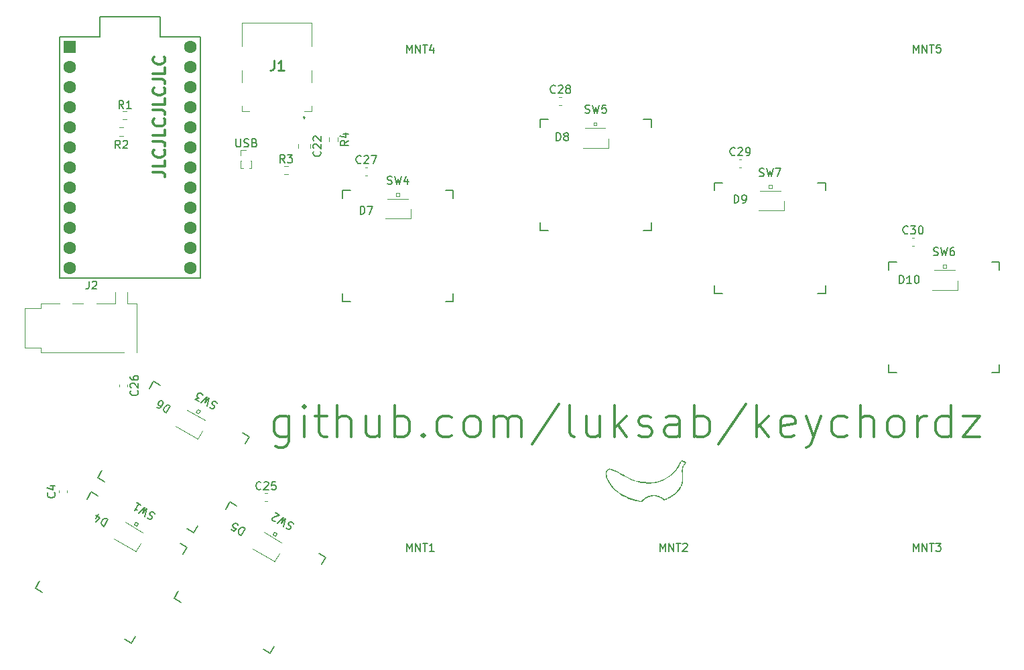
<source format=gbr>
%TF.GenerationSoftware,KiCad,Pcbnew,6.0.4*%
%TF.CreationDate,2022-04-08T16:21:30+02:00*%
%TF.ProjectId,keychordz,6b657963-686f-4726-947a-2e6b69636164,rev?*%
%TF.SameCoordinates,Original*%
%TF.FileFunction,Legend,Top*%
%TF.FilePolarity,Positive*%
%FSLAX46Y46*%
G04 Gerber Fmt 4.6, Leading zero omitted, Abs format (unit mm)*
G04 Created by KiCad (PCBNEW 6.0.4) date 2022-04-08 16:21:30*
%MOMM*%
%LPD*%
G01*
G04 APERTURE LIST*
%ADD10C,0.300000*%
%ADD11C,0.304800*%
%ADD12C,0.150000*%
%ADD13C,0.254000*%
%ADD14C,0.120000*%
%ADD15C,0.200000*%
%ADD16C,0.100000*%
%ADD17R,1.600000X1.600000*%
%ADD18C,1.600000*%
G04 APERTURE END LIST*
D10*
X45428571Y-82142857D02*
X45428571Y-85380952D01*
X45238095Y-85761904D01*
X45047619Y-85952380D01*
X44666666Y-86142857D01*
X44095238Y-86142857D01*
X43714285Y-85952380D01*
X45428571Y-84619047D02*
X45047619Y-84809523D01*
X44285714Y-84809523D01*
X43904761Y-84619047D01*
X43714285Y-84428571D01*
X43523809Y-84047619D01*
X43523809Y-82904761D01*
X43714285Y-82523809D01*
X43904761Y-82333333D01*
X44285714Y-82142857D01*
X45047619Y-82142857D01*
X45428571Y-82333333D01*
X47333333Y-84809523D02*
X47333333Y-82142857D01*
X47333333Y-80809523D02*
X47142857Y-81000000D01*
X47333333Y-81190476D01*
X47523809Y-81000000D01*
X47333333Y-80809523D01*
X47333333Y-81190476D01*
X48666666Y-82142857D02*
X50190476Y-82142857D01*
X49238095Y-80809523D02*
X49238095Y-84238095D01*
X49428571Y-84619047D01*
X49809523Y-84809523D01*
X50190476Y-84809523D01*
X51523809Y-84809523D02*
X51523809Y-80809523D01*
X53238095Y-84809523D02*
X53238095Y-82714285D01*
X53047619Y-82333333D01*
X52666666Y-82142857D01*
X52095238Y-82142857D01*
X51714285Y-82333333D01*
X51523809Y-82523809D01*
X56857142Y-82142857D02*
X56857142Y-84809523D01*
X55142857Y-82142857D02*
X55142857Y-84238095D01*
X55333333Y-84619047D01*
X55714285Y-84809523D01*
X56285714Y-84809523D01*
X56666666Y-84619047D01*
X56857142Y-84428571D01*
X58761904Y-84809523D02*
X58761904Y-80809523D01*
X58761904Y-82333333D02*
X59142857Y-82142857D01*
X59904761Y-82142857D01*
X60285714Y-82333333D01*
X60476190Y-82523809D01*
X60666666Y-82904761D01*
X60666666Y-84047619D01*
X60476190Y-84428571D01*
X60285714Y-84619047D01*
X59904761Y-84809523D01*
X59142857Y-84809523D01*
X58761904Y-84619047D01*
X62380952Y-84428571D02*
X62571428Y-84619047D01*
X62380952Y-84809523D01*
X62190476Y-84619047D01*
X62380952Y-84428571D01*
X62380952Y-84809523D01*
X65999999Y-84619047D02*
X65619047Y-84809523D01*
X64857142Y-84809523D01*
X64476190Y-84619047D01*
X64285714Y-84428571D01*
X64095238Y-84047619D01*
X64095238Y-82904761D01*
X64285714Y-82523809D01*
X64476190Y-82333333D01*
X64857142Y-82142857D01*
X65619047Y-82142857D01*
X65999999Y-82333333D01*
X68285714Y-84809523D02*
X67904761Y-84619047D01*
X67714285Y-84428571D01*
X67523809Y-84047619D01*
X67523809Y-82904761D01*
X67714285Y-82523809D01*
X67904761Y-82333333D01*
X68285714Y-82142857D01*
X68857142Y-82142857D01*
X69238095Y-82333333D01*
X69428571Y-82523809D01*
X69619047Y-82904761D01*
X69619047Y-84047619D01*
X69428571Y-84428571D01*
X69238095Y-84619047D01*
X68857142Y-84809523D01*
X68285714Y-84809523D01*
X71333333Y-84809523D02*
X71333333Y-82142857D01*
X71333333Y-82523809D02*
X71523809Y-82333333D01*
X71904761Y-82142857D01*
X72476190Y-82142857D01*
X72857142Y-82333333D01*
X73047619Y-82714285D01*
X73047619Y-84809523D01*
X73047619Y-82714285D02*
X73238095Y-82333333D01*
X73619047Y-82142857D01*
X74190476Y-82142857D01*
X74571428Y-82333333D01*
X74761904Y-82714285D01*
X74761904Y-84809523D01*
X79523809Y-80619047D02*
X76095238Y-85761904D01*
X81428571Y-84809523D02*
X81047619Y-84619047D01*
X80857142Y-84238095D01*
X80857142Y-80809523D01*
X84666666Y-82142857D02*
X84666666Y-84809523D01*
X82952380Y-82142857D02*
X82952380Y-84238095D01*
X83142857Y-84619047D01*
X83523809Y-84809523D01*
X84095238Y-84809523D01*
X84476190Y-84619047D01*
X84666666Y-84428571D01*
X86571428Y-84809523D02*
X86571428Y-80809523D01*
X86952380Y-83285714D02*
X88095238Y-84809523D01*
X88095238Y-82142857D02*
X86571428Y-83666666D01*
X89619047Y-84619047D02*
X89999999Y-84809523D01*
X90761904Y-84809523D01*
X91142857Y-84619047D01*
X91333333Y-84238095D01*
X91333333Y-84047619D01*
X91142857Y-83666666D01*
X90761904Y-83476190D01*
X90190476Y-83476190D01*
X89809523Y-83285714D01*
X89619047Y-82904761D01*
X89619047Y-82714285D01*
X89809523Y-82333333D01*
X90190476Y-82142857D01*
X90761904Y-82142857D01*
X91142857Y-82333333D01*
X94761904Y-84809523D02*
X94761904Y-82714285D01*
X94571428Y-82333333D01*
X94190476Y-82142857D01*
X93428571Y-82142857D01*
X93047619Y-82333333D01*
X94761904Y-84619047D02*
X94380952Y-84809523D01*
X93428571Y-84809523D01*
X93047619Y-84619047D01*
X92857142Y-84238095D01*
X92857142Y-83857142D01*
X93047619Y-83476190D01*
X93428571Y-83285714D01*
X94380952Y-83285714D01*
X94761904Y-83095238D01*
X96666666Y-84809523D02*
X96666666Y-80809523D01*
X96666666Y-82333333D02*
X97047619Y-82142857D01*
X97809523Y-82142857D01*
X98190476Y-82333333D01*
X98380952Y-82523809D01*
X98571428Y-82904761D01*
X98571428Y-84047619D01*
X98380952Y-84428571D01*
X98190476Y-84619047D01*
X97809523Y-84809523D01*
X97047619Y-84809523D01*
X96666666Y-84619047D01*
X103142857Y-80619047D02*
X99714285Y-85761904D01*
X104476190Y-84809523D02*
X104476190Y-80809523D01*
X104857142Y-83285714D02*
X105999999Y-84809523D01*
X105999999Y-82142857D02*
X104476190Y-83666666D01*
X109238095Y-84619047D02*
X108857142Y-84809523D01*
X108095238Y-84809523D01*
X107714285Y-84619047D01*
X107523809Y-84238095D01*
X107523809Y-82714285D01*
X107714285Y-82333333D01*
X108095238Y-82142857D01*
X108857142Y-82142857D01*
X109238095Y-82333333D01*
X109428571Y-82714285D01*
X109428571Y-83095238D01*
X107523809Y-83476190D01*
X110761904Y-82142857D02*
X111714285Y-84809523D01*
X112666666Y-82142857D02*
X111714285Y-84809523D01*
X111333333Y-85761904D01*
X111142857Y-85952380D01*
X110761904Y-86142857D01*
X115904761Y-84619047D02*
X115523809Y-84809523D01*
X114761904Y-84809523D01*
X114380952Y-84619047D01*
X114190476Y-84428571D01*
X113999999Y-84047619D01*
X113999999Y-82904761D01*
X114190476Y-82523809D01*
X114380952Y-82333333D01*
X114761904Y-82142857D01*
X115523809Y-82142857D01*
X115904761Y-82333333D01*
X117619047Y-84809523D02*
X117619047Y-80809523D01*
X119333333Y-84809523D02*
X119333333Y-82714285D01*
X119142857Y-82333333D01*
X118761904Y-82142857D01*
X118190476Y-82142857D01*
X117809523Y-82333333D01*
X117619047Y-82523809D01*
X121809523Y-84809523D02*
X121428571Y-84619047D01*
X121238095Y-84428571D01*
X121047619Y-84047619D01*
X121047619Y-82904761D01*
X121238095Y-82523809D01*
X121428571Y-82333333D01*
X121809523Y-82142857D01*
X122380952Y-82142857D01*
X122761904Y-82333333D01*
X122952380Y-82523809D01*
X123142857Y-82904761D01*
X123142857Y-84047619D01*
X122952380Y-84428571D01*
X122761904Y-84619047D01*
X122380952Y-84809523D01*
X121809523Y-84809523D01*
X124857142Y-84809523D02*
X124857142Y-82142857D01*
X124857142Y-82904761D02*
X125047619Y-82523809D01*
X125238095Y-82333333D01*
X125619047Y-82142857D01*
X125999999Y-82142857D01*
X129047619Y-84809523D02*
X129047619Y-80809523D01*
X129047619Y-84619047D02*
X128666666Y-84809523D01*
X127904761Y-84809523D01*
X127523809Y-84619047D01*
X127333333Y-84428571D01*
X127142857Y-84047619D01*
X127142857Y-82904761D01*
X127333333Y-82523809D01*
X127523809Y-82333333D01*
X127904761Y-82142857D01*
X128666666Y-82142857D01*
X129047619Y-82333333D01*
X130571428Y-82142857D02*
X132666666Y-82142857D01*
X130571428Y-84809523D01*
X132666666Y-84809523D01*
D11*
X28248428Y-51362428D02*
X29337000Y-51362428D01*
X29554714Y-51435000D01*
X29699857Y-51580142D01*
X29772428Y-51797857D01*
X29772428Y-51943000D01*
X29772428Y-49911000D02*
X29772428Y-50636714D01*
X28248428Y-50636714D01*
X29627285Y-48532142D02*
X29699857Y-48604714D01*
X29772428Y-48822428D01*
X29772428Y-48967571D01*
X29699857Y-49185285D01*
X29554714Y-49330428D01*
X29409571Y-49403000D01*
X29119285Y-49475571D01*
X28901571Y-49475571D01*
X28611285Y-49403000D01*
X28466142Y-49330428D01*
X28321000Y-49185285D01*
X28248428Y-48967571D01*
X28248428Y-48822428D01*
X28321000Y-48604714D01*
X28393571Y-48532142D01*
X28248428Y-47443571D02*
X29337000Y-47443571D01*
X29554714Y-47516142D01*
X29699857Y-47661285D01*
X29772428Y-47879000D01*
X29772428Y-48024142D01*
X29772428Y-45992142D02*
X29772428Y-46717857D01*
X28248428Y-46717857D01*
X29627285Y-44613285D02*
X29699857Y-44685857D01*
X29772428Y-44903571D01*
X29772428Y-45048714D01*
X29699857Y-45266428D01*
X29554714Y-45411571D01*
X29409571Y-45484142D01*
X29119285Y-45556714D01*
X28901571Y-45556714D01*
X28611285Y-45484142D01*
X28466142Y-45411571D01*
X28321000Y-45266428D01*
X28248428Y-45048714D01*
X28248428Y-44903571D01*
X28321000Y-44685857D01*
X28393571Y-44613285D01*
X28248428Y-43524714D02*
X29337000Y-43524714D01*
X29554714Y-43597285D01*
X29699857Y-43742428D01*
X29772428Y-43960142D01*
X29772428Y-44105285D01*
X29772428Y-42073285D02*
X29772428Y-42799000D01*
X28248428Y-42799000D01*
X29627285Y-40694428D02*
X29699857Y-40767000D01*
X29772428Y-40984714D01*
X29772428Y-41129857D01*
X29699857Y-41347571D01*
X29554714Y-41492714D01*
X29409571Y-41565285D01*
X29119285Y-41637857D01*
X28901571Y-41637857D01*
X28611285Y-41565285D01*
X28466142Y-41492714D01*
X28321000Y-41347571D01*
X28248428Y-41129857D01*
X28248428Y-40984714D01*
X28321000Y-40767000D01*
X28393571Y-40694428D01*
X28248428Y-39605857D02*
X29337000Y-39605857D01*
X29554714Y-39678428D01*
X29699857Y-39823571D01*
X29772428Y-40041285D01*
X29772428Y-40186428D01*
X29772428Y-38154428D02*
X29772428Y-38880142D01*
X28248428Y-38880142D01*
X29627285Y-36775571D02*
X29699857Y-36848142D01*
X29772428Y-37065857D01*
X29772428Y-37211000D01*
X29699857Y-37428714D01*
X29554714Y-37573857D01*
X29409571Y-37646428D01*
X29119285Y-37719000D01*
X28901571Y-37719000D01*
X28611285Y-37646428D01*
X28466142Y-37573857D01*
X28321000Y-37428714D01*
X28248428Y-37211000D01*
X28248428Y-37065857D01*
X28321000Y-36848142D01*
X28393571Y-36775571D01*
D12*
%TO.C,USB*%
X38743095Y-47168380D02*
X38743095Y-47977904D01*
X38790714Y-48073142D01*
X38838333Y-48120761D01*
X38933571Y-48168380D01*
X39124047Y-48168380D01*
X39219285Y-48120761D01*
X39266904Y-48073142D01*
X39314523Y-47977904D01*
X39314523Y-47168380D01*
X39743095Y-48120761D02*
X39885952Y-48168380D01*
X40124047Y-48168380D01*
X40219285Y-48120761D01*
X40266904Y-48073142D01*
X40314523Y-47977904D01*
X40314523Y-47882666D01*
X40266904Y-47787428D01*
X40219285Y-47739809D01*
X40124047Y-47692190D01*
X39933571Y-47644571D01*
X39838333Y-47596952D01*
X39790714Y-47549333D01*
X39743095Y-47454095D01*
X39743095Y-47358857D01*
X39790714Y-47263619D01*
X39838333Y-47216000D01*
X39933571Y-47168380D01*
X40171666Y-47168380D01*
X40314523Y-47216000D01*
X41076428Y-47644571D02*
X41219285Y-47692190D01*
X41266904Y-47739809D01*
X41314523Y-47835047D01*
X41314523Y-47977904D01*
X41266904Y-48073142D01*
X41219285Y-48120761D01*
X41124047Y-48168380D01*
X40743095Y-48168380D01*
X40743095Y-47168380D01*
X41076428Y-47168380D01*
X41171666Y-47216000D01*
X41219285Y-47263619D01*
X41266904Y-47358857D01*
X41266904Y-47454095D01*
X41219285Y-47549333D01*
X41171666Y-47596952D01*
X41076428Y-47644571D01*
X40743095Y-47644571D01*
%TO.C,MNT5*%
X124285714Y-36252380D02*
X124285714Y-35252380D01*
X124619047Y-35966666D01*
X124952380Y-35252380D01*
X124952380Y-36252380D01*
X125428571Y-36252380D02*
X125428571Y-35252380D01*
X126000000Y-36252380D01*
X126000000Y-35252380D01*
X126333333Y-35252380D02*
X126904761Y-35252380D01*
X126619047Y-36252380D02*
X126619047Y-35252380D01*
X127714285Y-35252380D02*
X127238095Y-35252380D01*
X127190476Y-35728571D01*
X127238095Y-35680952D01*
X127333333Y-35633333D01*
X127571428Y-35633333D01*
X127666666Y-35680952D01*
X127714285Y-35728571D01*
X127761904Y-35823809D01*
X127761904Y-36061904D01*
X127714285Y-36157142D01*
X127666666Y-36204761D01*
X127571428Y-36252380D01*
X127333333Y-36252380D01*
X127238095Y-36204761D01*
X127190476Y-36157142D01*
%TO.C,MNT4*%
X60285714Y-36252380D02*
X60285714Y-35252380D01*
X60619047Y-35966666D01*
X60952380Y-35252380D01*
X60952380Y-36252380D01*
X61428571Y-36252380D02*
X61428571Y-35252380D01*
X62000000Y-36252380D01*
X62000000Y-35252380D01*
X62333333Y-35252380D02*
X62904761Y-35252380D01*
X62619047Y-36252380D02*
X62619047Y-35252380D01*
X63666666Y-35585714D02*
X63666666Y-36252380D01*
X63428571Y-35204761D02*
X63190476Y-35919047D01*
X63809523Y-35919047D01*
%TO.C,D7*%
X54431904Y-56656380D02*
X54431904Y-55656380D01*
X54670000Y-55656380D01*
X54812857Y-55704000D01*
X54908095Y-55799238D01*
X54955714Y-55894476D01*
X55003333Y-56084952D01*
X55003333Y-56227809D01*
X54955714Y-56418285D01*
X54908095Y-56513523D01*
X54812857Y-56608761D01*
X54670000Y-56656380D01*
X54431904Y-56656380D01*
X55336666Y-55656380D02*
X56003333Y-55656380D01*
X55574761Y-56656380D01*
%TO.C,R3*%
X44883333Y-50154380D02*
X44550000Y-49678190D01*
X44311904Y-50154380D02*
X44311904Y-49154380D01*
X44692857Y-49154380D01*
X44788095Y-49202000D01*
X44835714Y-49249619D01*
X44883333Y-49344857D01*
X44883333Y-49487714D01*
X44835714Y-49582952D01*
X44788095Y-49630571D01*
X44692857Y-49678190D01*
X44311904Y-49678190D01*
X45216666Y-49154380D02*
X45835714Y-49154380D01*
X45502380Y-49535333D01*
X45645238Y-49535333D01*
X45740476Y-49582952D01*
X45788095Y-49630571D01*
X45835714Y-49725809D01*
X45835714Y-49963904D01*
X45788095Y-50059142D01*
X45740476Y-50106761D01*
X45645238Y-50154380D01*
X45359523Y-50154380D01*
X45264285Y-50106761D01*
X45216666Y-50059142D01*
%TO.C,MNT1*%
X60285714Y-99252380D02*
X60285714Y-98252380D01*
X60619047Y-98966666D01*
X60952380Y-98252380D01*
X60952380Y-99252380D01*
X61428571Y-99252380D02*
X61428571Y-98252380D01*
X62000000Y-99252380D01*
X62000000Y-98252380D01*
X62333333Y-98252380D02*
X62904761Y-98252380D01*
X62619047Y-99252380D02*
X62619047Y-98252380D01*
X63761904Y-99252380D02*
X63190476Y-99252380D01*
X63476190Y-99252380D02*
X63476190Y-98252380D01*
X63380952Y-98395238D01*
X63285714Y-98490476D01*
X63190476Y-98538095D01*
%TO.C,D8*%
X79196904Y-47385380D02*
X79196904Y-46385380D01*
X79435000Y-46385380D01*
X79577857Y-46433000D01*
X79673095Y-46528238D01*
X79720714Y-46623476D01*
X79768333Y-46813952D01*
X79768333Y-46956809D01*
X79720714Y-47147285D01*
X79673095Y-47242523D01*
X79577857Y-47337761D01*
X79435000Y-47385380D01*
X79196904Y-47385380D01*
X80339761Y-46813952D02*
X80244523Y-46766333D01*
X80196904Y-46718714D01*
X80149285Y-46623476D01*
X80149285Y-46575857D01*
X80196904Y-46480619D01*
X80244523Y-46433000D01*
X80339761Y-46385380D01*
X80530238Y-46385380D01*
X80625476Y-46433000D01*
X80673095Y-46480619D01*
X80720714Y-46575857D01*
X80720714Y-46623476D01*
X80673095Y-46718714D01*
X80625476Y-46766333D01*
X80530238Y-46813952D01*
X80339761Y-46813952D01*
X80244523Y-46861571D01*
X80196904Y-46909190D01*
X80149285Y-47004428D01*
X80149285Y-47194904D01*
X80196904Y-47290142D01*
X80244523Y-47337761D01*
X80339761Y-47385380D01*
X80530238Y-47385380D01*
X80625476Y-47337761D01*
X80673095Y-47290142D01*
X80720714Y-47194904D01*
X80720714Y-47004428D01*
X80673095Y-46909190D01*
X80625476Y-46861571D01*
X80530238Y-46813952D01*
%TO.C,SW1*%
X28452581Y-94513092D02*
X28352673Y-94400424D01*
X28146476Y-94281377D01*
X28040188Y-94274997D01*
X27975139Y-94292427D01*
X27886281Y-94351096D01*
X27838662Y-94433574D01*
X27832282Y-94539862D01*
X27849712Y-94604911D01*
X27908381Y-94693770D01*
X28049529Y-94830247D01*
X28108198Y-94919105D01*
X28125627Y-94984154D01*
X28119248Y-95090442D01*
X28071629Y-95172921D01*
X27982770Y-95231590D01*
X27917721Y-95249020D01*
X27811433Y-95242640D01*
X27605237Y-95123592D01*
X27505328Y-95010925D01*
X27192844Y-94885497D02*
X27486647Y-93900424D01*
X26964547Y-94423776D01*
X27156733Y-93709948D01*
X26450536Y-94456926D01*
X26166989Y-93138519D02*
X26661861Y-93424234D01*
X26414425Y-93281377D02*
X25914425Y-94147402D01*
X26068332Y-94071303D01*
X26198430Y-94036444D01*
X26304718Y-94042823D01*
%TO.C,D4*%
X22558239Y-95245384D02*
X22058239Y-96111409D01*
X21852043Y-95992362D01*
X21752134Y-95879694D01*
X21717275Y-95749596D01*
X21723654Y-95643308D01*
X21777653Y-95454541D01*
X21849082Y-95330823D01*
X21985559Y-95189675D01*
X22074418Y-95131006D01*
X22204515Y-95096147D01*
X22352043Y-95126336D01*
X22558239Y-95245384D01*
X20987727Y-95108448D02*
X21321060Y-94531098D01*
X21003447Y-95557410D02*
X21566786Y-95057868D01*
X21030675Y-94748345D01*
%TO.C,SW5*%
X82848666Y-43838761D02*
X82991523Y-43886380D01*
X83229619Y-43886380D01*
X83324857Y-43838761D01*
X83372476Y-43791142D01*
X83420095Y-43695904D01*
X83420095Y-43600666D01*
X83372476Y-43505428D01*
X83324857Y-43457809D01*
X83229619Y-43410190D01*
X83039142Y-43362571D01*
X82943904Y-43314952D01*
X82896285Y-43267333D01*
X82848666Y-43172095D01*
X82848666Y-43076857D01*
X82896285Y-42981619D01*
X82943904Y-42934000D01*
X83039142Y-42886380D01*
X83277238Y-42886380D01*
X83420095Y-42934000D01*
X83753428Y-42886380D02*
X83991523Y-43886380D01*
X84182000Y-43172095D01*
X84372476Y-43886380D01*
X84610571Y-42886380D01*
X85467714Y-42886380D02*
X84991523Y-42886380D01*
X84943904Y-43362571D01*
X84991523Y-43314952D01*
X85086761Y-43267333D01*
X85324857Y-43267333D01*
X85420095Y-43314952D01*
X85467714Y-43362571D01*
X85515333Y-43457809D01*
X85515333Y-43695904D01*
X85467714Y-43791142D01*
X85420095Y-43838761D01*
X85324857Y-43886380D01*
X85086761Y-43886380D01*
X84991523Y-43838761D01*
X84943904Y-43791142D01*
%TO.C,R4*%
X52918380Y-47368666D02*
X52442190Y-47702000D01*
X52918380Y-47940095D02*
X51918380Y-47940095D01*
X51918380Y-47559142D01*
X51966000Y-47463904D01*
X52013619Y-47416285D01*
X52108857Y-47368666D01*
X52251714Y-47368666D01*
X52346952Y-47416285D01*
X52394571Y-47463904D01*
X52442190Y-47559142D01*
X52442190Y-47940095D01*
X52251714Y-46511523D02*
X52918380Y-46511523D01*
X51870761Y-46749619D02*
X52585047Y-46987714D01*
X52585047Y-46368666D01*
%TO.C,D5*%
X39864269Y-96388384D02*
X39364269Y-97254409D01*
X39158073Y-97135362D01*
X39058164Y-97022694D01*
X39023305Y-96892596D01*
X39029684Y-96786308D01*
X39083683Y-96597541D01*
X39155112Y-96473823D01*
X39291589Y-96332675D01*
X39380448Y-96274006D01*
X39510545Y-96239147D01*
X39658073Y-96269336D01*
X39864269Y-96388384D01*
X38085851Y-96516314D02*
X38498244Y-96754409D01*
X38777578Y-96365826D01*
X38712530Y-96383255D01*
X38606241Y-96376876D01*
X38400045Y-96257828D01*
X38341376Y-96168970D01*
X38323946Y-96103921D01*
X38330326Y-95997633D01*
X38449373Y-95791436D01*
X38538232Y-95732767D01*
X38603281Y-95715337D01*
X38709569Y-95721717D01*
X38915765Y-95840765D01*
X38974434Y-95929623D01*
X38991864Y-95994672D01*
%TO.C,R1*%
X24519333Y-43308380D02*
X24186000Y-42832190D01*
X23947904Y-43308380D02*
X23947904Y-42308380D01*
X24328857Y-42308380D01*
X24424095Y-42356000D01*
X24471714Y-42403619D01*
X24519333Y-42498857D01*
X24519333Y-42641714D01*
X24471714Y-42736952D01*
X24424095Y-42784571D01*
X24328857Y-42832190D01*
X23947904Y-42832190D01*
X25471714Y-43308380D02*
X24900285Y-43308380D01*
X25186000Y-43308380D02*
X25186000Y-42308380D01*
X25090761Y-42451238D01*
X24995523Y-42546476D01*
X24900285Y-42594095D01*
%TO.C,SW6*%
X126848666Y-61838761D02*
X126991523Y-61886380D01*
X127229619Y-61886380D01*
X127324857Y-61838761D01*
X127372476Y-61791142D01*
X127420095Y-61695904D01*
X127420095Y-61600666D01*
X127372476Y-61505428D01*
X127324857Y-61457809D01*
X127229619Y-61410190D01*
X127039142Y-61362571D01*
X126943904Y-61314952D01*
X126896285Y-61267333D01*
X126848666Y-61172095D01*
X126848666Y-61076857D01*
X126896285Y-60981619D01*
X126943904Y-60934000D01*
X127039142Y-60886380D01*
X127277238Y-60886380D01*
X127420095Y-60934000D01*
X127753428Y-60886380D02*
X127991523Y-61886380D01*
X128182000Y-61172095D01*
X128372476Y-61886380D01*
X128610571Y-60886380D01*
X129420095Y-60886380D02*
X129229619Y-60886380D01*
X129134380Y-60934000D01*
X129086761Y-60981619D01*
X128991523Y-61124476D01*
X128943904Y-61314952D01*
X128943904Y-61695904D01*
X128991523Y-61791142D01*
X129039142Y-61838761D01*
X129134380Y-61886380D01*
X129324857Y-61886380D01*
X129420095Y-61838761D01*
X129467714Y-61791142D01*
X129515333Y-61695904D01*
X129515333Y-61457809D01*
X129467714Y-61362571D01*
X129420095Y-61314952D01*
X129324857Y-61267333D01*
X129134380Y-61267333D01*
X129039142Y-61314952D01*
X128991523Y-61362571D01*
X128943904Y-61457809D01*
%TO.C,C29*%
X101771142Y-49162142D02*
X101723523Y-49209761D01*
X101580666Y-49257380D01*
X101485428Y-49257380D01*
X101342571Y-49209761D01*
X101247333Y-49114523D01*
X101199714Y-49019285D01*
X101152095Y-48828809D01*
X101152095Y-48685952D01*
X101199714Y-48495476D01*
X101247333Y-48400238D01*
X101342571Y-48305000D01*
X101485428Y-48257380D01*
X101580666Y-48257380D01*
X101723523Y-48305000D01*
X101771142Y-48352619D01*
X102152095Y-48352619D02*
X102199714Y-48305000D01*
X102294952Y-48257380D01*
X102533047Y-48257380D01*
X102628285Y-48305000D01*
X102675904Y-48352619D01*
X102723523Y-48447857D01*
X102723523Y-48543095D01*
X102675904Y-48685952D01*
X102104476Y-49257380D01*
X102723523Y-49257380D01*
X103199714Y-49257380D02*
X103390190Y-49257380D01*
X103485428Y-49209761D01*
X103533047Y-49162142D01*
X103628285Y-49019285D01*
X103675904Y-48828809D01*
X103675904Y-48447857D01*
X103628285Y-48352619D01*
X103580666Y-48305000D01*
X103485428Y-48257380D01*
X103294952Y-48257380D01*
X103199714Y-48305000D01*
X103152095Y-48352619D01*
X103104476Y-48447857D01*
X103104476Y-48685952D01*
X103152095Y-48781190D01*
X103199714Y-48828809D01*
X103294952Y-48876428D01*
X103485428Y-48876428D01*
X103580666Y-48828809D01*
X103628285Y-48781190D01*
X103675904Y-48685952D01*
%TO.C,C30*%
X123615142Y-59068142D02*
X123567523Y-59115761D01*
X123424666Y-59163380D01*
X123329428Y-59163380D01*
X123186571Y-59115761D01*
X123091333Y-59020523D01*
X123043714Y-58925285D01*
X122996095Y-58734809D01*
X122996095Y-58591952D01*
X123043714Y-58401476D01*
X123091333Y-58306238D01*
X123186571Y-58211000D01*
X123329428Y-58163380D01*
X123424666Y-58163380D01*
X123567523Y-58211000D01*
X123615142Y-58258619D01*
X123948476Y-58163380D02*
X124567523Y-58163380D01*
X124234190Y-58544333D01*
X124377047Y-58544333D01*
X124472285Y-58591952D01*
X124519904Y-58639571D01*
X124567523Y-58734809D01*
X124567523Y-58972904D01*
X124519904Y-59068142D01*
X124472285Y-59115761D01*
X124377047Y-59163380D01*
X124091333Y-59163380D01*
X123996095Y-59115761D01*
X123948476Y-59068142D01*
X125186571Y-58163380D02*
X125281809Y-58163380D01*
X125377047Y-58211000D01*
X125424666Y-58258619D01*
X125472285Y-58353857D01*
X125519904Y-58544333D01*
X125519904Y-58782428D01*
X125472285Y-58972904D01*
X125424666Y-59068142D01*
X125377047Y-59115761D01*
X125281809Y-59163380D01*
X125186571Y-59163380D01*
X125091333Y-59115761D01*
X125043714Y-59068142D01*
X124996095Y-58972904D01*
X124948476Y-58782428D01*
X124948476Y-58544333D01*
X124996095Y-58353857D01*
X125043714Y-58258619D01*
X125091333Y-58211000D01*
X125186571Y-58163380D01*
%TO.C,C22*%
X49373142Y-48726857D02*
X49420761Y-48774476D01*
X49468380Y-48917333D01*
X49468380Y-49012571D01*
X49420761Y-49155428D01*
X49325523Y-49250666D01*
X49230285Y-49298285D01*
X49039809Y-49345904D01*
X48896952Y-49345904D01*
X48706476Y-49298285D01*
X48611238Y-49250666D01*
X48516000Y-49155428D01*
X48468380Y-49012571D01*
X48468380Y-48917333D01*
X48516000Y-48774476D01*
X48563619Y-48726857D01*
X48563619Y-48345904D02*
X48516000Y-48298285D01*
X48468380Y-48203047D01*
X48468380Y-47964952D01*
X48516000Y-47869714D01*
X48563619Y-47822095D01*
X48658857Y-47774476D01*
X48754095Y-47774476D01*
X48896952Y-47822095D01*
X49468380Y-48393523D01*
X49468380Y-47774476D01*
X48563619Y-47393523D02*
X48516000Y-47345904D01*
X48468380Y-47250666D01*
X48468380Y-47012571D01*
X48516000Y-46917333D01*
X48563619Y-46869714D01*
X48658857Y-46822095D01*
X48754095Y-46822095D01*
X48896952Y-46869714D01*
X49468380Y-47441142D01*
X49468380Y-46822095D01*
%TO.C,C28*%
X79064642Y-41288142D02*
X79017023Y-41335761D01*
X78874166Y-41383380D01*
X78778928Y-41383380D01*
X78636071Y-41335761D01*
X78540833Y-41240523D01*
X78493214Y-41145285D01*
X78445595Y-40954809D01*
X78445595Y-40811952D01*
X78493214Y-40621476D01*
X78540833Y-40526238D01*
X78636071Y-40431000D01*
X78778928Y-40383380D01*
X78874166Y-40383380D01*
X79017023Y-40431000D01*
X79064642Y-40478619D01*
X79445595Y-40478619D02*
X79493214Y-40431000D01*
X79588452Y-40383380D01*
X79826547Y-40383380D01*
X79921785Y-40431000D01*
X79969404Y-40478619D01*
X80017023Y-40573857D01*
X80017023Y-40669095D01*
X79969404Y-40811952D01*
X79397976Y-41383380D01*
X80017023Y-41383380D01*
X80588452Y-40811952D02*
X80493214Y-40764333D01*
X80445595Y-40716714D01*
X80397976Y-40621476D01*
X80397976Y-40573857D01*
X80445595Y-40478619D01*
X80493214Y-40431000D01*
X80588452Y-40383380D01*
X80778928Y-40383380D01*
X80874166Y-40431000D01*
X80921785Y-40478619D01*
X80969404Y-40573857D01*
X80969404Y-40621476D01*
X80921785Y-40716714D01*
X80874166Y-40764333D01*
X80778928Y-40811952D01*
X80588452Y-40811952D01*
X80493214Y-40859571D01*
X80445595Y-40907190D01*
X80397976Y-41002428D01*
X80397976Y-41192904D01*
X80445595Y-41288142D01*
X80493214Y-41335761D01*
X80588452Y-41383380D01*
X80778928Y-41383380D01*
X80874166Y-41335761D01*
X80921785Y-41288142D01*
X80969404Y-41192904D01*
X80969404Y-41002428D01*
X80921785Y-40907190D01*
X80874166Y-40859571D01*
X80778928Y-40811952D01*
%TO.C,SW2*%
X45978581Y-95783092D02*
X45878673Y-95670424D01*
X45672476Y-95551377D01*
X45566188Y-95544997D01*
X45501139Y-95562427D01*
X45412281Y-95621096D01*
X45364662Y-95703574D01*
X45358282Y-95809862D01*
X45375712Y-95874911D01*
X45434381Y-95963770D01*
X45575529Y-96100247D01*
X45634198Y-96189105D01*
X45651627Y-96254154D01*
X45645248Y-96360442D01*
X45597629Y-96442921D01*
X45508770Y-96501590D01*
X45443721Y-96519020D01*
X45337433Y-96512640D01*
X45131237Y-96393592D01*
X45031328Y-96280925D01*
X44718844Y-96155497D02*
X45012647Y-95170424D01*
X44490547Y-95693776D01*
X44682733Y-94979948D01*
X43976536Y-95726926D01*
X43735480Y-95477781D02*
X43670431Y-95495210D01*
X43564143Y-95488831D01*
X43357947Y-95369783D01*
X43299278Y-95280925D01*
X43281848Y-95215876D01*
X43288228Y-95109588D01*
X43335847Y-95027109D01*
X43448514Y-94927201D01*
X44229100Y-94718043D01*
X43692989Y-94408519D01*
%TO.C,MNT3*%
X124285714Y-99252380D02*
X124285714Y-98252380D01*
X124619047Y-98966666D01*
X124952380Y-98252380D01*
X124952380Y-99252380D01*
X125428571Y-99252380D02*
X125428571Y-98252380D01*
X126000000Y-99252380D01*
X126000000Y-98252380D01*
X126333333Y-98252380D02*
X126904761Y-98252380D01*
X126619047Y-99252380D02*
X126619047Y-98252380D01*
X127142857Y-98252380D02*
X127761904Y-98252380D01*
X127428571Y-98633333D01*
X127571428Y-98633333D01*
X127666666Y-98680952D01*
X127714285Y-98728571D01*
X127761904Y-98823809D01*
X127761904Y-99061904D01*
X127714285Y-99157142D01*
X127666666Y-99204761D01*
X127571428Y-99252380D01*
X127285714Y-99252380D01*
X127190476Y-99204761D01*
X127142857Y-99157142D01*
%TO.C,C27*%
X54527142Y-50178142D02*
X54479523Y-50225761D01*
X54336666Y-50273380D01*
X54241428Y-50273380D01*
X54098571Y-50225761D01*
X54003333Y-50130523D01*
X53955714Y-50035285D01*
X53908095Y-49844809D01*
X53908095Y-49701952D01*
X53955714Y-49511476D01*
X54003333Y-49416238D01*
X54098571Y-49321000D01*
X54241428Y-49273380D01*
X54336666Y-49273380D01*
X54479523Y-49321000D01*
X54527142Y-49368619D01*
X54908095Y-49368619D02*
X54955714Y-49321000D01*
X55050952Y-49273380D01*
X55289047Y-49273380D01*
X55384285Y-49321000D01*
X55431904Y-49368619D01*
X55479523Y-49463857D01*
X55479523Y-49559095D01*
X55431904Y-49701952D01*
X54860476Y-50273380D01*
X55479523Y-50273380D01*
X55812857Y-49273380D02*
X56479523Y-49273380D01*
X56050952Y-50273380D01*
%TO.C,SW7*%
X104848666Y-51838761D02*
X104991523Y-51886380D01*
X105229619Y-51886380D01*
X105324857Y-51838761D01*
X105372476Y-51791142D01*
X105420095Y-51695904D01*
X105420095Y-51600666D01*
X105372476Y-51505428D01*
X105324857Y-51457809D01*
X105229619Y-51410190D01*
X105039142Y-51362571D01*
X104943904Y-51314952D01*
X104896285Y-51267333D01*
X104848666Y-51172095D01*
X104848666Y-51076857D01*
X104896285Y-50981619D01*
X104943904Y-50934000D01*
X105039142Y-50886380D01*
X105277238Y-50886380D01*
X105420095Y-50934000D01*
X105753428Y-50886380D02*
X105991523Y-51886380D01*
X106182000Y-51172095D01*
X106372476Y-51886380D01*
X106610571Y-50886380D01*
X106896285Y-50886380D02*
X107562952Y-50886380D01*
X107134380Y-51886380D01*
%TO.C,R2*%
X24083333Y-48353380D02*
X23750000Y-47877190D01*
X23511904Y-48353380D02*
X23511904Y-47353380D01*
X23892857Y-47353380D01*
X23988095Y-47401000D01*
X24035714Y-47448619D01*
X24083333Y-47543857D01*
X24083333Y-47686714D01*
X24035714Y-47781952D01*
X23988095Y-47829571D01*
X23892857Y-47877190D01*
X23511904Y-47877190D01*
X24464285Y-47448619D02*
X24511904Y-47401000D01*
X24607142Y-47353380D01*
X24845238Y-47353380D01*
X24940476Y-47401000D01*
X24988095Y-47448619D01*
X25035714Y-47543857D01*
X25035714Y-47639095D01*
X24988095Y-47781952D01*
X24416666Y-48353380D01*
X25035714Y-48353380D01*
%TO.C,D6*%
X30444326Y-80930213D02*
X29944326Y-81796238D01*
X29738130Y-81677191D01*
X29638221Y-81564523D01*
X29603362Y-81434425D01*
X29609741Y-81328137D01*
X29663740Y-81139370D01*
X29735169Y-81015652D01*
X29871646Y-80874504D01*
X29960505Y-80815835D01*
X30090602Y-80780976D01*
X30238130Y-80811165D01*
X30444326Y-80930213D01*
X28707147Y-81081952D02*
X28872104Y-81177191D01*
X28978392Y-81183570D01*
X29043441Y-81166140D01*
X29197348Y-81090042D01*
X29333826Y-80948894D01*
X29524302Y-80618979D01*
X29530682Y-80512691D01*
X29513252Y-80447643D01*
X29454583Y-80358784D01*
X29289626Y-80263546D01*
X29183338Y-80257166D01*
X29118289Y-80274596D01*
X29029430Y-80333265D01*
X28910383Y-80539462D01*
X28904003Y-80645750D01*
X28921433Y-80710799D01*
X28980102Y-80799657D01*
X29145059Y-80894895D01*
X29251347Y-80901275D01*
X29316396Y-80883845D01*
X29405254Y-80825176D01*
%TO.C,C4*%
X15799142Y-91860666D02*
X15846761Y-91908285D01*
X15894380Y-92051142D01*
X15894380Y-92146380D01*
X15846761Y-92289238D01*
X15751523Y-92384476D01*
X15656285Y-92432095D01*
X15465809Y-92479714D01*
X15322952Y-92479714D01*
X15132476Y-92432095D01*
X15037238Y-92384476D01*
X14942000Y-92289238D01*
X14894380Y-92146380D01*
X14894380Y-92051142D01*
X14942000Y-91908285D01*
X14989619Y-91860666D01*
X15227714Y-91003523D02*
X15894380Y-91003523D01*
X14846761Y-91241619D02*
X15561047Y-91479714D01*
X15561047Y-90860666D01*
%TO.C,SW3*%
X36326581Y-80543092D02*
X36226673Y-80430424D01*
X36020476Y-80311377D01*
X35914188Y-80304997D01*
X35849139Y-80322427D01*
X35760281Y-80381096D01*
X35712662Y-80463574D01*
X35706282Y-80569862D01*
X35723712Y-80634911D01*
X35782381Y-80723770D01*
X35923529Y-80860247D01*
X35982198Y-80949105D01*
X35999627Y-81014154D01*
X35993248Y-81120442D01*
X35945629Y-81202921D01*
X35856770Y-81261590D01*
X35791721Y-81279020D01*
X35685433Y-81272640D01*
X35479237Y-81153592D01*
X35379328Y-81040925D01*
X35066844Y-80915497D02*
X35360647Y-79930424D01*
X34838547Y-80453776D01*
X35030733Y-79739948D01*
X34324536Y-80486926D01*
X34077100Y-80344069D02*
X33540989Y-80034545D01*
X34020141Y-79871297D01*
X33896423Y-79799868D01*
X33837754Y-79711010D01*
X33820324Y-79645961D01*
X33826704Y-79539673D01*
X33945751Y-79333477D01*
X34034610Y-79274808D01*
X34099659Y-79257378D01*
X34205947Y-79263758D01*
X34453382Y-79406615D01*
X34512052Y-79495473D01*
X34529481Y-79560522D01*
%TO.C,MNT2*%
X92285714Y-99252380D02*
X92285714Y-98252380D01*
X92619047Y-98966666D01*
X92952380Y-98252380D01*
X92952380Y-99252380D01*
X93428571Y-99252380D02*
X93428571Y-98252380D01*
X94000000Y-99252380D01*
X94000000Y-98252380D01*
X94333333Y-98252380D02*
X94904761Y-98252380D01*
X94619047Y-99252380D02*
X94619047Y-98252380D01*
X95190476Y-98347619D02*
X95238095Y-98300000D01*
X95333333Y-98252380D01*
X95571428Y-98252380D01*
X95666666Y-98300000D01*
X95714285Y-98347619D01*
X95761904Y-98442857D01*
X95761904Y-98538095D01*
X95714285Y-98680952D01*
X95142857Y-99252380D01*
X95761904Y-99252380D01*
D13*
%TO.C,J1*%
X43512666Y-37206523D02*
X43512666Y-38113666D01*
X43452190Y-38295095D01*
X43331238Y-38416047D01*
X43149809Y-38476523D01*
X43028857Y-38476523D01*
X44782666Y-38476523D02*
X44056952Y-38476523D01*
X44419809Y-38476523D02*
X44419809Y-37206523D01*
X44298857Y-37387952D01*
X44177904Y-37508904D01*
X44056952Y-37569380D01*
D12*
%TO.C,SW4*%
X57848666Y-52838761D02*
X57991523Y-52886380D01*
X58229619Y-52886380D01*
X58324857Y-52838761D01*
X58372476Y-52791142D01*
X58420095Y-52695904D01*
X58420095Y-52600666D01*
X58372476Y-52505428D01*
X58324857Y-52457809D01*
X58229619Y-52410190D01*
X58039142Y-52362571D01*
X57943904Y-52314952D01*
X57896285Y-52267333D01*
X57848666Y-52172095D01*
X57848666Y-52076857D01*
X57896285Y-51981619D01*
X57943904Y-51934000D01*
X58039142Y-51886380D01*
X58277238Y-51886380D01*
X58420095Y-51934000D01*
X58753428Y-51886380D02*
X58991523Y-52886380D01*
X59182000Y-52172095D01*
X59372476Y-52886380D01*
X59610571Y-51886380D01*
X60420095Y-52219714D02*
X60420095Y-52886380D01*
X60182000Y-51838761D02*
X59943904Y-52553047D01*
X60562952Y-52553047D01*
%TO.C,D10*%
X122535714Y-65419380D02*
X122535714Y-64419380D01*
X122773809Y-64419380D01*
X122916666Y-64467000D01*
X123011904Y-64562238D01*
X123059523Y-64657476D01*
X123107142Y-64847952D01*
X123107142Y-64990809D01*
X123059523Y-65181285D01*
X123011904Y-65276523D01*
X122916666Y-65371761D01*
X122773809Y-65419380D01*
X122535714Y-65419380D01*
X124059523Y-65419380D02*
X123488095Y-65419380D01*
X123773809Y-65419380D02*
X123773809Y-64419380D01*
X123678571Y-64562238D01*
X123583333Y-64657476D01*
X123488095Y-64705095D01*
X124678571Y-64419380D02*
X124773809Y-64419380D01*
X124869047Y-64467000D01*
X124916666Y-64514619D01*
X124964285Y-64609857D01*
X125011904Y-64800333D01*
X125011904Y-65038428D01*
X124964285Y-65228904D01*
X124916666Y-65324142D01*
X124869047Y-65371761D01*
X124773809Y-65419380D01*
X124678571Y-65419380D01*
X124583333Y-65371761D01*
X124535714Y-65324142D01*
X124488095Y-65228904D01*
X124440476Y-65038428D01*
X124440476Y-64800333D01*
X124488095Y-64609857D01*
X124535714Y-64514619D01*
X124583333Y-64467000D01*
X124678571Y-64419380D01*
%TO.C,C26*%
X26279142Y-78975357D02*
X26326761Y-79022976D01*
X26374380Y-79165833D01*
X26374380Y-79261071D01*
X26326761Y-79403928D01*
X26231523Y-79499166D01*
X26136285Y-79546785D01*
X25945809Y-79594404D01*
X25802952Y-79594404D01*
X25612476Y-79546785D01*
X25517238Y-79499166D01*
X25422000Y-79403928D01*
X25374380Y-79261071D01*
X25374380Y-79165833D01*
X25422000Y-79022976D01*
X25469619Y-78975357D01*
X25469619Y-78594404D02*
X25422000Y-78546785D01*
X25374380Y-78451547D01*
X25374380Y-78213452D01*
X25422000Y-78118214D01*
X25469619Y-78070595D01*
X25564857Y-78022976D01*
X25660095Y-78022976D01*
X25802952Y-78070595D01*
X26374380Y-78642023D01*
X26374380Y-78022976D01*
X25374380Y-77165833D02*
X25374380Y-77356309D01*
X25422000Y-77451547D01*
X25469619Y-77499166D01*
X25612476Y-77594404D01*
X25802952Y-77642023D01*
X26183904Y-77642023D01*
X26279142Y-77594404D01*
X26326761Y-77546785D01*
X26374380Y-77451547D01*
X26374380Y-77261071D01*
X26326761Y-77165833D01*
X26279142Y-77118214D01*
X26183904Y-77070595D01*
X25945809Y-77070595D01*
X25850571Y-77118214D01*
X25802952Y-77165833D01*
X25755333Y-77261071D01*
X25755333Y-77451547D01*
X25802952Y-77546785D01*
X25850571Y-77594404D01*
X25945809Y-77642023D01*
%TO.C,C25*%
X41883142Y-91383142D02*
X41835523Y-91430761D01*
X41692666Y-91478380D01*
X41597428Y-91478380D01*
X41454571Y-91430761D01*
X41359333Y-91335523D01*
X41311714Y-91240285D01*
X41264095Y-91049809D01*
X41264095Y-90906952D01*
X41311714Y-90716476D01*
X41359333Y-90621238D01*
X41454571Y-90526000D01*
X41597428Y-90478380D01*
X41692666Y-90478380D01*
X41835523Y-90526000D01*
X41883142Y-90573619D01*
X42264095Y-90573619D02*
X42311714Y-90526000D01*
X42406952Y-90478380D01*
X42645047Y-90478380D01*
X42740285Y-90526000D01*
X42787904Y-90573619D01*
X42835523Y-90668857D01*
X42835523Y-90764095D01*
X42787904Y-90906952D01*
X42216476Y-91478380D01*
X42835523Y-91478380D01*
X43740285Y-90478380D02*
X43264095Y-90478380D01*
X43216476Y-90954571D01*
X43264095Y-90906952D01*
X43359333Y-90859333D01*
X43597428Y-90859333D01*
X43692666Y-90906952D01*
X43740285Y-90954571D01*
X43787904Y-91049809D01*
X43787904Y-91287904D01*
X43740285Y-91383142D01*
X43692666Y-91430761D01*
X43597428Y-91478380D01*
X43359333Y-91478380D01*
X43264095Y-91430761D01*
X43216476Y-91383142D01*
%TO.C,J2*%
X20144666Y-65122380D02*
X20144666Y-65836666D01*
X20097047Y-65979523D01*
X20001809Y-66074761D01*
X19858952Y-66122380D01*
X19763714Y-66122380D01*
X20573238Y-65217619D02*
X20620857Y-65170000D01*
X20716095Y-65122380D01*
X20954190Y-65122380D01*
X21049428Y-65170000D01*
X21097047Y-65217619D01*
X21144666Y-65312857D01*
X21144666Y-65408095D01*
X21097047Y-65550952D01*
X20525619Y-66122380D01*
X21144666Y-66122380D01*
%TO.C,D9*%
X101675904Y-55259380D02*
X101675904Y-54259380D01*
X101914000Y-54259380D01*
X102056857Y-54307000D01*
X102152095Y-54402238D01*
X102199714Y-54497476D01*
X102247333Y-54687952D01*
X102247333Y-54830809D01*
X102199714Y-55021285D01*
X102152095Y-55116523D01*
X102056857Y-55211761D01*
X101914000Y-55259380D01*
X101675904Y-55259380D01*
X102723523Y-55259380D02*
X102914000Y-55259380D01*
X103009238Y-55211761D01*
X103056857Y-55164142D01*
X103152095Y-55021285D01*
X103199714Y-54830809D01*
X103199714Y-54449857D01*
X103152095Y-54354619D01*
X103104476Y-54307000D01*
X103009238Y-54259380D01*
X102818761Y-54259380D01*
X102723523Y-54307000D01*
X102675904Y-54354619D01*
X102628285Y-54449857D01*
X102628285Y-54687952D01*
X102675904Y-54783190D01*
X102723523Y-54830809D01*
X102818761Y-54878428D01*
X103009238Y-54878428D01*
X103104476Y-54830809D01*
X103152095Y-54783190D01*
X103199714Y-54687952D01*
D14*
%TO.C,USB*%
X39310000Y-49961000D02*
X39396724Y-49961000D01*
X39310000Y-48591000D02*
X40005000Y-48591000D01*
X39310000Y-49961000D02*
X39310000Y-50836000D01*
X39310000Y-50836000D02*
X39610507Y-50836000D01*
X40613276Y-49961000D02*
X40700000Y-49961000D01*
X40399493Y-50836000D02*
X40700000Y-50836000D01*
X39310000Y-49276000D02*
X39310000Y-48591000D01*
X40700000Y-49961000D02*
X40700000Y-50836000D01*
D12*
%TO.C,U1*%
X34211000Y-64730000D02*
X16431000Y-64730000D01*
X34211000Y-34250000D02*
X34211000Y-64730000D01*
X21511000Y-31710000D02*
X29131000Y-31710000D01*
X16431000Y-34250000D02*
X21511000Y-34250000D01*
X29131000Y-34250000D02*
X34211000Y-34250000D01*
X29131000Y-31710000D02*
X29131000Y-34250000D01*
X16431000Y-34250000D02*
X16431000Y-64730000D01*
X21511000Y-34250000D02*
X21511000Y-31710000D01*
D14*
%TO.C,D7*%
X60834000Y-57188500D02*
X60834000Y-56038500D01*
X57634000Y-57213500D02*
X60834000Y-57213500D01*
X57834000Y-54713500D02*
X60434000Y-54713500D01*
X58934000Y-54013500D02*
X59334000Y-54013500D01*
X59334000Y-54013500D02*
X59334000Y-54413500D01*
X59334000Y-54413500D02*
X58934000Y-54413500D01*
X58934000Y-54413500D02*
X58934000Y-54013500D01*
%TO.C,R3*%
X44795276Y-51654500D02*
X45304724Y-51654500D01*
X44795276Y-50609500D02*
X45304724Y-50609500D01*
%TO.C,D8*%
X82600000Y-48275000D02*
X85800000Y-48275000D01*
X85800000Y-48250000D02*
X85800000Y-47100000D01*
X82800000Y-45775000D02*
X85400000Y-45775000D01*
X83900000Y-45075000D02*
X84300000Y-45075000D01*
X84300000Y-45075000D02*
X84300000Y-45475000D01*
X84300000Y-45475000D02*
X83900000Y-45475000D01*
X83900000Y-45475000D02*
X83900000Y-45075000D01*
D12*
%TO.C,SW1*%
X19905822Y-92649848D02*
X20405822Y-91783822D01*
X21271848Y-92283822D02*
X20405822Y-91783822D01*
X32530178Y-98783822D02*
X32030178Y-99649848D01*
X13405822Y-103908178D02*
X13905822Y-103042152D01*
X13405822Y-103908178D02*
X14271848Y-104408178D01*
X32530178Y-98783822D02*
X31664152Y-98283822D01*
X24664152Y-110408178D02*
X25530178Y-110908178D01*
X26030178Y-110042152D02*
X25530178Y-110908178D01*
D14*
%TO.C,D4*%
X23304962Y-97657833D02*
X26076243Y-99257833D01*
X24728167Y-95592770D02*
X26979833Y-96892770D01*
X26088743Y-99236182D02*
X26663743Y-98240253D01*
X26030795Y-95536552D02*
X26377205Y-95736552D01*
X26377205Y-95736552D02*
X26177205Y-96082962D01*
X26177205Y-96082962D02*
X25830795Y-95882962D01*
X25830795Y-95882962D02*
X26030795Y-95536552D01*
D12*
%TO.C,SW5*%
X91182000Y-57689000D02*
X91182000Y-58689000D01*
X77182000Y-58689000D02*
X77182000Y-57689000D01*
X77182000Y-58689000D02*
X78182000Y-58689000D01*
X78182000Y-44689000D02*
X77182000Y-44689000D01*
X91182000Y-44689000D02*
X91182000Y-45689000D01*
X91182000Y-44689000D02*
X90182000Y-44689000D01*
X77182000Y-45689000D02*
X77182000Y-44689000D01*
X90182000Y-58689000D02*
X91182000Y-58689000D01*
D14*
%TO.C,R4*%
X50513500Y-46947276D02*
X50513500Y-47456724D01*
X51558500Y-46947276D02*
X51558500Y-47456724D01*
%TO.C,D5*%
X43614743Y-100506182D02*
X44189743Y-99510253D01*
X42254167Y-96862770D02*
X44505833Y-98162770D01*
X40830962Y-98927833D02*
X43602243Y-100527833D01*
X43556795Y-96806552D02*
X43903205Y-97006552D01*
X43903205Y-97006552D02*
X43703205Y-97352962D01*
X43703205Y-97352962D02*
X43356795Y-97152962D01*
X43356795Y-97152962D02*
X43556795Y-96806552D01*
%TO.C,R1*%
X24940724Y-44678500D02*
X24431276Y-44678500D01*
X24940724Y-43633500D02*
X24431276Y-43633500D01*
D12*
%TO.C,SW6*%
X135182000Y-75689000D02*
X135182000Y-76689000D01*
X135182000Y-62689000D02*
X134182000Y-62689000D01*
X121182000Y-76689000D02*
X121182000Y-75689000D01*
X122182000Y-62689000D02*
X121182000Y-62689000D01*
X135182000Y-62689000D02*
X135182000Y-63689000D01*
X121182000Y-76689000D02*
X122182000Y-76689000D01*
X121182000Y-63689000D02*
X121182000Y-62689000D01*
X134182000Y-76689000D02*
X135182000Y-76689000D01*
D14*
%TO.C,C29*%
X102267733Y-50745000D02*
X102560267Y-50745000D01*
X102267733Y-49725000D02*
X102560267Y-49725000D01*
%TO.C,C30*%
X124111733Y-60651000D02*
X124404267Y-60651000D01*
X124111733Y-59631000D02*
X124404267Y-59631000D01*
%TO.C,C22*%
X48071000Y-47822748D02*
X48071000Y-48345252D01*
X46601000Y-47822748D02*
X46601000Y-48345252D01*
%TO.C,C28*%
X79561233Y-41851000D02*
X79853767Y-41851000D01*
X79561233Y-42871000D02*
X79853767Y-42871000D01*
D12*
%TO.C,SW2*%
X38797848Y-93553822D02*
X37931822Y-93053822D01*
X30931822Y-105178178D02*
X31431822Y-104312152D01*
X42190152Y-111678178D02*
X43056178Y-112178178D01*
X50056178Y-100053822D02*
X49190152Y-99553822D01*
X37431822Y-93919848D02*
X37931822Y-93053822D01*
X43556178Y-111312152D02*
X43056178Y-112178178D01*
X30931822Y-105178178D02*
X31797848Y-105678178D01*
X50056178Y-100053822D02*
X49556178Y-100919848D01*
D14*
%TO.C,C27*%
X55023733Y-50741000D02*
X55316267Y-50741000D01*
X55023733Y-51761000D02*
X55316267Y-51761000D01*
D12*
%TO.C,SW7*%
X113182000Y-65689000D02*
X113182000Y-66689000D01*
X112182000Y-66689000D02*
X113182000Y-66689000D01*
X113182000Y-52689000D02*
X112182000Y-52689000D01*
X100182000Y-52689000D02*
X99182000Y-52689000D01*
X113182000Y-52689000D02*
X113182000Y-53689000D01*
X99182000Y-66689000D02*
X100182000Y-66689000D01*
X99182000Y-53689000D02*
X99182000Y-52689000D01*
X99182000Y-66689000D02*
X99182000Y-65689000D01*
D14*
%TO.C,R2*%
X23995276Y-45727500D02*
X24504724Y-45727500D01*
X23995276Y-46772500D02*
X24504724Y-46772500D01*
%TO.C,D6*%
X32550754Y-81387584D02*
X34802420Y-82687584D01*
X31127549Y-83452647D02*
X33898830Y-85052647D01*
X33911330Y-85030996D02*
X34486330Y-84035067D01*
X33853382Y-81331366D02*
X34199792Y-81531366D01*
X34199792Y-81531366D02*
X33999792Y-81877776D01*
X33999792Y-81877776D02*
X33653382Y-81677776D01*
X33653382Y-81677776D02*
X33853382Y-81331366D01*
%TO.C,C4*%
X17382000Y-91840267D02*
X17382000Y-91547733D01*
X16362000Y-91840267D02*
X16362000Y-91547733D01*
D12*
%TO.C,SW3*%
X29145848Y-78313822D02*
X28279822Y-77813822D01*
X40404178Y-84813822D02*
X39538152Y-84313822D01*
X21279822Y-89938178D02*
X21779822Y-89072152D01*
X32538152Y-96438178D02*
X33404178Y-96938178D01*
X40404178Y-84813822D02*
X39904178Y-85679848D01*
X27779822Y-78679848D02*
X28279822Y-77813822D01*
X21279822Y-89938178D02*
X22145848Y-90438178D01*
X33904178Y-96072152D02*
X33404178Y-96938178D01*
D15*
%TO.C,J1*%
X47322000Y-44552000D02*
X47322000Y-44552000D01*
D16*
X48242000Y-35482000D02*
X48242000Y-32452000D01*
X48242000Y-43652000D02*
X47372000Y-43652000D01*
X39502000Y-39982000D02*
X39502000Y-38482000D01*
D15*
X47322000Y-44352000D02*
X47322000Y-44352000D01*
D16*
X39502000Y-32452000D02*
X39502000Y-35482000D01*
X40372000Y-43652000D02*
X39502000Y-43652000D01*
X48242000Y-39982000D02*
X48242000Y-38482000D01*
X39502000Y-43652000D02*
X39502000Y-42982000D01*
X48242000Y-32452000D02*
X39502000Y-32452000D01*
X48242000Y-42952000D02*
X48242000Y-43652000D01*
D15*
X47322000Y-44352000D02*
G75*
G03*
X47322000Y-44552000I0J-100000D01*
G01*
X47322000Y-44552000D02*
G75*
G03*
X47322000Y-44352000I0J100000D01*
G01*
D12*
%TO.C,SW4*%
X52182000Y-54689000D02*
X52182000Y-53689000D01*
X52182000Y-67689000D02*
X52182000Y-66689000D01*
X65182000Y-67689000D02*
X66182000Y-67689000D01*
X66182000Y-53689000D02*
X66182000Y-54689000D01*
X52182000Y-67689000D02*
X53182000Y-67689000D01*
X53182000Y-53689000D02*
X52182000Y-53689000D01*
X66182000Y-53689000D02*
X65182000Y-53689000D01*
X66182000Y-66689000D02*
X66182000Y-67689000D01*
D14*
%TO.C,D10*%
X129922000Y-66205500D02*
X129922000Y-65055500D01*
X126722000Y-66230500D02*
X129922000Y-66230500D01*
X126922000Y-63730500D02*
X129522000Y-63730500D01*
X128022000Y-63030500D02*
X128422000Y-63030500D01*
X128422000Y-63030500D02*
X128422000Y-63430500D01*
X128422000Y-63430500D02*
X128022000Y-63430500D01*
X128022000Y-63430500D02*
X128022000Y-63030500D01*
%TO.C,C26*%
X25002000Y-78186233D02*
X25002000Y-78478767D01*
X23982000Y-78186233D02*
X23982000Y-78478767D01*
%TO.C,C25*%
X42379733Y-92966000D02*
X42672267Y-92966000D01*
X42379733Y-91946000D02*
X42672267Y-91946000D01*
%TO.C,J2*%
X26153000Y-74120000D02*
X26153000Y-67920000D01*
X24578000Y-74120000D02*
X14053000Y-74120000D01*
X14053000Y-67920000D02*
X14053000Y-68520000D01*
X25028000Y-67920000D02*
X25028000Y-66520000D01*
X14053000Y-68520000D02*
X12053000Y-68520000D01*
X14053000Y-67920000D02*
X16428000Y-67920000D01*
X23478000Y-67920000D02*
X23478000Y-66520000D01*
X21078000Y-67920000D02*
X23478000Y-67920000D01*
X18078000Y-67920000D02*
X19428000Y-67920000D01*
X25028000Y-67920000D02*
X26153000Y-67920000D01*
X14053000Y-73520000D02*
X14053000Y-74120000D01*
X12053000Y-68520000D02*
X12053000Y-73520000D01*
X14053000Y-73520000D02*
X12053000Y-73520000D01*
%TO.C,D9*%
X104951000Y-53697500D02*
X107551000Y-53697500D01*
X107951000Y-56172500D02*
X107951000Y-55022500D01*
X104751000Y-56197500D02*
X107951000Y-56197500D01*
X106051000Y-52997500D02*
X106451000Y-52997500D01*
X106451000Y-52997500D02*
X106451000Y-53397500D01*
X106451000Y-53397500D02*
X106051000Y-53397500D01*
X106051000Y-53397500D02*
X106051000Y-52997500D01*
%TO.C,G\u002A\u002A\u002A*%
G36*
X95060377Y-87784536D02*
G01*
X95101575Y-87789207D01*
X95260293Y-87849652D01*
X95358769Y-87892568D01*
X95505224Y-87968167D01*
X95569875Y-88039756D01*
X95559010Y-88124266D01*
X95484752Y-88231604D01*
X95299364Y-88523228D01*
X95196044Y-88850176D01*
X95174214Y-89214799D01*
X95194513Y-89417632D01*
X95227519Y-89810197D01*
X95215090Y-90207957D01*
X95159998Y-90583950D01*
X95065016Y-90911220D01*
X95033053Y-90987375D01*
X94809076Y-91400322D01*
X94535259Y-91752329D01*
X94242837Y-92027204D01*
X94052783Y-92170865D01*
X93820909Y-92326004D01*
X93570345Y-92479045D01*
X93324224Y-92616406D01*
X93105679Y-92724509D01*
X92950133Y-92786051D01*
X92842945Y-92811594D01*
X92760664Y-92798115D01*
X92660106Y-92736536D01*
X92637735Y-92720374D01*
X92272411Y-92489982D01*
X91921617Y-92345461D01*
X91576189Y-92285286D01*
X91226963Y-92307929D01*
X90864773Y-92411866D01*
X90841143Y-92421168D01*
X90703408Y-92488464D01*
X90543404Y-92584892D01*
X90380316Y-92696388D01*
X90233328Y-92808886D01*
X90121629Y-92908318D01*
X90064400Y-92980620D01*
X90060810Y-92993265D01*
X90016564Y-93021468D01*
X89900171Y-93022977D01*
X89724958Y-93000988D01*
X89504254Y-92958702D01*
X89251387Y-92899315D01*
X88979685Y-92826025D01*
X88702477Y-92742031D01*
X88433091Y-92650531D01*
X88184854Y-92554723D01*
X88122204Y-92528104D01*
X87507780Y-92222242D01*
X86964329Y-91870812D01*
X86494570Y-91476407D01*
X86101219Y-91041623D01*
X85786996Y-90569052D01*
X85563606Y-90085748D01*
X85473614Y-89798685D01*
X85433698Y-89544986D01*
X85431004Y-89456185D01*
X85569547Y-89456185D01*
X85585665Y-89694388D01*
X85640010Y-89936003D01*
X85656624Y-89985727D01*
X85838438Y-90397385D01*
X86090520Y-90801102D01*
X86391789Y-91177668D01*
X86776157Y-91562290D01*
X87214569Y-91900681D01*
X87713998Y-92196678D01*
X88281421Y-92454115D01*
X88923810Y-92676826D01*
X89321643Y-92788523D01*
X89887045Y-92935644D01*
X90192800Y-92670545D01*
X90536305Y-92419643D01*
X90890771Y-92256525D01*
X91265310Y-92178443D01*
X91669034Y-92182646D01*
X91768383Y-92195168D01*
X91981174Y-92234923D01*
X92160923Y-92293317D01*
X92350142Y-92385768D01*
X92448480Y-92441871D01*
X92614443Y-92533448D01*
X92761997Y-92604589D01*
X92865828Y-92643401D01*
X92885118Y-92647003D01*
X92989217Y-92627379D01*
X93148646Y-92562334D01*
X93346613Y-92461208D01*
X93566327Y-92333340D01*
X93790997Y-92188067D01*
X94003831Y-92034727D01*
X94048366Y-92000073D01*
X94410161Y-91676834D01*
X94693680Y-91337735D01*
X94911196Y-90968062D01*
X94914219Y-90961793D01*
X95015919Y-90678527D01*
X95082888Y-90338812D01*
X95112048Y-89971042D01*
X95100323Y-89603607D01*
X95079499Y-89437140D01*
X95057248Y-89142577D01*
X95079522Y-88850384D01*
X95141269Y-88580196D01*
X95237432Y-88351650D01*
X95362958Y-88184378D01*
X95412259Y-88144379D01*
X95455693Y-88106057D01*
X95441916Y-88074956D01*
X95358753Y-88036460D01*
X95305835Y-88016636D01*
X95173617Y-87965555D01*
X95070981Y-87921527D01*
X95049335Y-87910748D01*
X95007336Y-87909157D01*
X94964298Y-87961548D01*
X94911564Y-88081233D01*
X94876997Y-88175725D01*
X94686254Y-88588027D01*
X94415867Y-88984900D01*
X94076402Y-89358796D01*
X93678423Y-89702172D01*
X93232497Y-90007481D01*
X92749189Y-90267177D01*
X92239062Y-90473717D01*
X91712683Y-90619552D01*
X91374424Y-90677254D01*
X91069744Y-90697921D01*
X90708713Y-90693498D01*
X90321207Y-90666546D01*
X89937101Y-90619631D01*
X89586270Y-90555317D01*
X89397744Y-90507591D01*
X89125040Y-90423114D01*
X88862291Y-90328959D01*
X88593453Y-90217912D01*
X88302477Y-90082759D01*
X87973317Y-89916289D01*
X87589929Y-89711286D01*
X87424410Y-89620527D01*
X87019224Y-89400988D01*
X86682719Y-89228237D01*
X86407426Y-89100059D01*
X86185877Y-89014237D01*
X86010607Y-88968556D01*
X85874148Y-88960799D01*
X85769032Y-88988751D01*
X85687792Y-89050195D01*
X85652472Y-89094693D01*
X85591775Y-89247565D01*
X85569547Y-89456185D01*
X85431004Y-89456185D01*
X85430125Y-89427229D01*
X85432232Y-89133280D01*
X85636027Y-88962275D01*
X85755345Y-88866976D01*
X85842064Y-88821292D01*
X85931290Y-88814704D01*
X86056350Y-88836326D01*
X86214730Y-88881461D01*
X86419187Y-88961705D01*
X86676259Y-89080170D01*
X86992489Y-89239963D01*
X87374417Y-89444196D01*
X87622599Y-89580894D01*
X88015072Y-89796744D01*
X88345528Y-89971481D01*
X88629738Y-90110355D01*
X88883469Y-90218615D01*
X89122492Y-90301509D01*
X89362575Y-90364284D01*
X89619488Y-90412190D01*
X89908999Y-90450475D01*
X90246877Y-90484387D01*
X90370243Y-90495388D01*
X90745847Y-90525916D01*
X91050496Y-90543172D01*
X91303082Y-90545213D01*
X91522490Y-90530093D01*
X91727611Y-90495867D01*
X91937330Y-90440593D01*
X92170539Y-90362326D01*
X92365254Y-90290014D01*
X92955802Y-90025833D01*
X93473575Y-89708868D01*
X93920764Y-89337127D01*
X94299562Y-88908617D01*
X94612159Y-88421343D01*
X94765533Y-88107522D01*
X94847486Y-87928433D01*
X94916555Y-87820850D01*
X94994124Y-87777024D01*
X95060377Y-87784536D01*
G37*
%TD*%
D17*
%TO.C,U1*%
X17701000Y-35520000D03*
D18*
X17701000Y-38060000D03*
X17701000Y-40600000D03*
X17701000Y-43140000D03*
X17701000Y-45680000D03*
X17701000Y-48220000D03*
X17701000Y-50760000D03*
X17701000Y-53300000D03*
X17701000Y-55840000D03*
X17701000Y-58380000D03*
X17701000Y-60920000D03*
X17701000Y-63460000D03*
X32941000Y-63460000D03*
X32941000Y-60920000D03*
X32941000Y-58380000D03*
X32941000Y-55840000D03*
X32941000Y-53300000D03*
X32941000Y-50760000D03*
X32941000Y-48220000D03*
X32941000Y-45680000D03*
X32941000Y-43140000D03*
X32941000Y-40600000D03*
X32941000Y-38060000D03*
X32941000Y-35520000D03*
%TD*%
M02*

</source>
